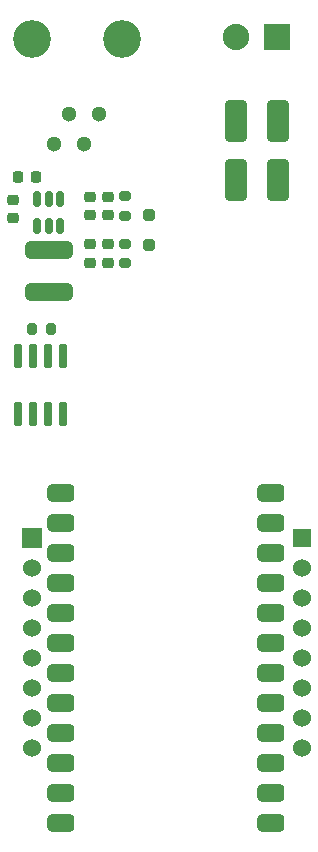
<source format=gbr>
%TF.GenerationSoftware,KiCad,Pcbnew,8.0.6*%
%TF.CreationDate,2024-10-28T22:07:04-04:00*%
%TF.ProjectId,VexQwiic,56657851-7769-4696-932e-6b696361645f,rev?*%
%TF.SameCoordinates,Original*%
%TF.FileFunction,Soldermask,Top*%
%TF.FilePolarity,Negative*%
%FSLAX46Y46*%
G04 Gerber Fmt 4.6, Leading zero omitted, Abs format (unit mm)*
G04 Created by KiCad (PCBNEW 8.0.6) date 2024-10-28 22:07:04*
%MOMM*%
%LPD*%
G01*
G04 APERTURE LIST*
G04 Aperture macros list*
%AMRoundRect*
0 Rectangle with rounded corners*
0 $1 Rounding radius*
0 $2 $3 $4 $5 $6 $7 $8 $9 X,Y pos of 4 corners*
0 Add a 4 corners polygon primitive as box body*
4,1,4,$2,$3,$4,$5,$6,$7,$8,$9,$2,$3,0*
0 Add four circle primitives for the rounded corners*
1,1,$1+$1,$2,$3*
1,1,$1+$1,$4,$5*
1,1,$1+$1,$6,$7*
1,1,$1+$1,$8,$9*
0 Add four rect primitives between the rounded corners*
20,1,$1+$1,$2,$3,$4,$5,0*
20,1,$1+$1,$4,$5,$6,$7,0*
20,1,$1+$1,$6,$7,$8,$9,0*
20,1,$1+$1,$8,$9,$2,$3,0*%
G04 Aperture macros list end*
%ADD10C,3.200000*%
%ADD11C,1.300000*%
%ADD12RoundRect,0.225000X0.250000X-0.225000X0.250000X0.225000X-0.250000X0.225000X-0.250000X-0.225000X0*%
%ADD13RoundRect,0.150000X0.150000X-0.512500X0.150000X0.512500X-0.150000X0.512500X-0.150000X-0.512500X0*%
%ADD14R,1.676400X1.676400*%
%ADD15C,1.524000*%
%ADD16R,1.524000X1.524000*%
%ADD17RoundRect,0.200000X0.275000X-0.200000X0.275000X0.200000X-0.275000X0.200000X-0.275000X-0.200000X0*%
%ADD18RoundRect,0.250000X-0.650000X1.500000X-0.650000X-1.500000X0.650000X-1.500000X0.650000X1.500000X0*%
%ADD19RoundRect,0.200000X-0.200000X-0.275000X0.200000X-0.275000X0.200000X0.275000X-0.200000X0.275000X0*%
%ADD20RoundRect,0.225000X-0.250000X0.225000X-0.250000X-0.225000X0.250000X-0.225000X0.250000X0.225000X0*%
%ADD21RoundRect,0.225000X0.225000X0.250000X-0.225000X0.250000X-0.225000X-0.250000X0.225000X-0.250000X0*%
%ADD22RoundRect,0.250000X-0.250000X0.250000X-0.250000X-0.250000X0.250000X-0.250000X0.250000X0.250000X0*%
%ADD23RoundRect,0.375000X-1.625000X0.375000X-1.625000X-0.375000X1.625000X-0.375000X1.625000X0.375000X0*%
%ADD24RoundRect,0.381000X0.762000X0.381000X-0.762000X0.381000X-0.762000X-0.381000X0.762000X-0.381000X0*%
%ADD25RoundRect,0.042000X0.258000X-0.943000X0.258000X0.943000X-0.258000X0.943000X-0.258000X-0.943000X0*%
%ADD26RoundRect,0.101600X1.016000X1.016000X-1.016000X1.016000X-1.016000X-1.016000X1.016000X-1.016000X0*%
%ADD27C,2.235200*%
G04 APERTURE END LIST*
D10*
%TO.C,CONN1*%
X145710000Y-54850000D03*
X138090000Y-54850000D03*
D11*
X143805000Y-61200000D03*
X142535000Y-63740000D03*
X141265000Y-61200000D03*
X139995000Y-63740000D03*
%TD*%
D12*
%TO.C,C4*%
X144500000Y-73775000D03*
X144500000Y-72225000D03*
%TD*%
D13*
%TO.C,U3*%
X138550000Y-70637500D03*
X139500000Y-70637500D03*
X140450000Y-70637500D03*
X140450000Y-68362500D03*
X139500000Y-68362500D03*
X138550000Y-68362500D03*
%TD*%
D14*
%TO.C,CON1*%
X138065306Y-97058858D03*
D15*
X138065306Y-99598858D03*
X138065306Y-102138858D03*
X138065306Y-104678858D03*
X138065306Y-107218858D03*
X138065306Y-109758858D03*
X138065306Y-112298858D03*
X138065306Y-114838858D03*
X160925306Y-114838858D03*
X160925306Y-112298858D03*
X160925306Y-109758858D03*
X160925306Y-107218858D03*
X160925306Y-104678858D03*
X160925306Y-102138858D03*
X160925306Y-99598858D03*
D16*
X160925306Y-97058858D03*
%TD*%
D12*
%TO.C,C3*%
X136500000Y-70000000D03*
X136500000Y-68450000D03*
%TD*%
D17*
%TO.C,R2*%
X146000000Y-69825000D03*
X146000000Y-68175000D03*
%TD*%
D18*
%TO.C,D1*%
X158900000Y-61800000D03*
X158900000Y-66800000D03*
%TD*%
%TO.C,D2*%
X155400000Y-61800000D03*
X155400000Y-66800000D03*
%TD*%
D17*
%TO.C,R1*%
X146000000Y-73825000D03*
X146000000Y-72175000D03*
%TD*%
D19*
%TO.C,R3*%
X138075000Y-79400000D03*
X139725000Y-79400000D03*
%TD*%
D20*
%TO.C,C2*%
X144500000Y-68225000D03*
X144500000Y-69775000D03*
%TD*%
%TO.C,C1*%
X143000000Y-68225000D03*
X143000000Y-69775000D03*
%TD*%
D21*
%TO.C,C6*%
X138450000Y-66550000D03*
X136900000Y-66550000D03*
%TD*%
D22*
%TO.C,D3*%
X148000000Y-69750000D03*
X148000000Y-72250000D03*
%TD*%
D23*
%TO.C,L1*%
X139500000Y-72700000D03*
X139500000Y-76300000D03*
%TD*%
D12*
%TO.C,C5*%
X143000000Y-73775000D03*
X143000000Y-72225000D03*
%TD*%
D24*
%TO.C,U1*%
X158345762Y-121200000D03*
X158345762Y-118660000D03*
X158345762Y-116120000D03*
X158345762Y-113580000D03*
X158345762Y-111040000D03*
X158345762Y-108500000D03*
X158345762Y-105960000D03*
X158345762Y-103420000D03*
X158345762Y-100880000D03*
X158345762Y-98340000D03*
X158345762Y-95800000D03*
X158345762Y-93260000D03*
X140565762Y-121200000D03*
X140565762Y-118660000D03*
X140565762Y-116120000D03*
X140565762Y-113580000D03*
X140565762Y-111040000D03*
X140565762Y-108500000D03*
X140565762Y-105960000D03*
X140565762Y-103420000D03*
X140565762Y-100880000D03*
X140565762Y-98340000D03*
X140565762Y-95800000D03*
X140565762Y-93260000D03*
%TD*%
D25*
%TO.C,U5*%
X136895000Y-86620000D03*
X138165000Y-86620000D03*
X139435000Y-86620000D03*
X140705000Y-86620000D03*
X140705000Y-81670000D03*
X139435000Y-81670000D03*
X138165000Y-81670000D03*
X136895000Y-81670000D03*
%TD*%
D26*
%TO.C,J1*%
X158850000Y-54700000D03*
D27*
X155350000Y-54700000D03*
%TD*%
M02*

</source>
